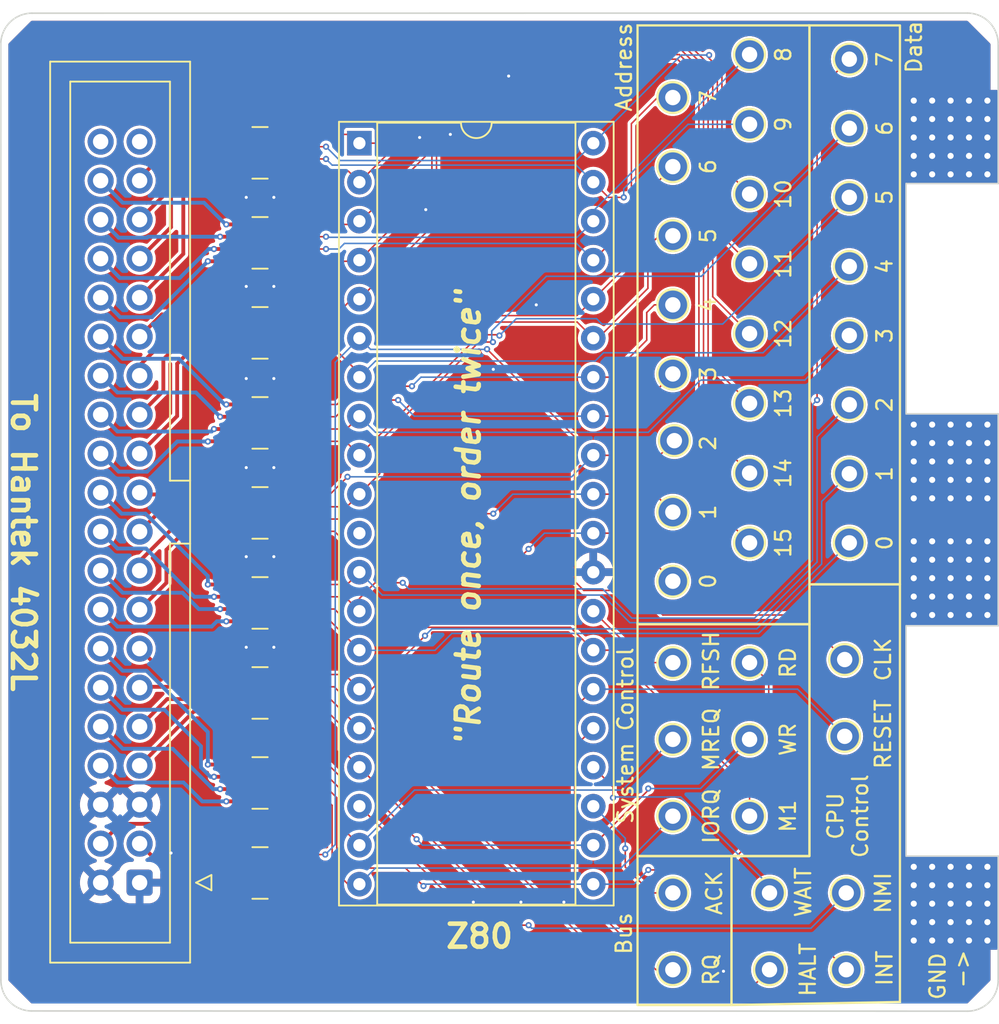
<source format=kicad_pcb>
(kicad_pcb (version 20221018) (generator pcbnew)
  (layers (0 "F.Cu" signal) (31 "B.Cu" signal) (34 "B.Paste" user) (35 "F.Paste" user) (36 "B.SilkS" user "B.Silkscreen") (37 "F.SilkS" user "F.Silkscreen") (38 "B.Mask" user) (39 "F.Mask" user) (44 "Edge.Cuts" user))
  (net 0 "")
  (net 1 "Net-(J1-Pin_7)")
  (net 2 "Net-(J1-Pin_8)")
  (net 3 "Net-(J1-Pin_9)")
  (net 4 "Net-(J1-Pin_10)")
  (net 5 "Net-(J1-Pin_11)")
  (net 6 "Net-(J1-Pin_12)")
  (net 7 "Net-(J1-Pin_13)")
  (net 8 "Net-(J1-Pin_14)")
  (net 9 "Net-(J1-Pin_15)")
  (net 10 "Net-(J1-Pin_16)")
  (net 11 "Net-(J1-Pin_17)")
  (net 12 "Net-(J1-Pin_18)")
  (net 13 "Net-(J1-Pin_19)")
  (net 14 "Net-(J1-Pin_20)")
  (net 15 "Net-(J1-Pin_21)")
  (net 16 "Net-(J1-Pin_22)")
  (net 17 "Net-(J1-Pin_23)")
  (net 18 "Net-(J1-Pin_25)")
  (net 19 "Net-(J1-Pin_27)")
  (net 20 "Net-(J1-Pin_29)")
  (net 21 "Net-(J1-Pin_31)")
  (net 22 "Net-(J1-Pin_33)")
  (net 23 "Net-(J1-Pin_35)")
  (net 24 "Net-(J1-Pin_37)")
  (net 27 "/S_A0")
  (net 28 "/S_A1")
  (net 29 "/S_A2")
  (net 30 "/S_A3")
  (net 31 "/S_A4")
  (net 32 "/S_A5")
  (net 33 "/S_A6")
  (net 34 "/S_A7")
  (net 35 "/S_A8")
  (net 36 "/S_A9")
  (net 37 "/S_A10")
  (net 38 "/S_A11")
  (net 39 "/S_A12")
  (net 40 "/S_A13")
  (net 41 "/S_A14")
  (net 42 "/S_A15")
  (net 43 "/S_BUSACK")
  (net 44 "/S_BUSRQ")
  (net 45 "/S_CLK")
  (net 46 "/S_D0")
  (net 47 "/S_D1")
  (net 48 "/S_D2")
  (net 49 "/S_D3")
  (net 50 "/S_D4")
  (net 51 "/S_D5")
  (net 52 "/S_D6")
  (net 53 "/S_D7")
  (net 54 "/S_HALT")
  (net 55 "/S_INT")
  (net 56 "/S_IORQ")
  (net 57 "Net-(J1-Pin_3)")
  (net 58 "Net-(J1-Pin_4)")
  (net 59 "+5V")
  (net 60 "/S_M1")
  (net 61 "/S_MREQ")
  (net 62 "/S_NMI")
  (net 63 "/S_RD")
  (net 64 "/S_RESET")
  (net 65 "/S_RFSH")
  (net 66 "GND")
  (net 67 "Net-(J1-Pin_24)")
  (net 68 "Net-(J1-Pin_26)")
  (net 69 "Net-(J1-Pin_28)")
  (net 70 "Net-(J1-Pin_30)")
  (net 71 "Net-(J1-Pin_32)")
  (net 72 "Net-(J1-Pin_34)")
  (net 73 "Net-(J1-Pin_36)")
  (net 74 "Net-(J1-Pin_38)")
  (net 75 "/S_WR")
  (net 76 "/S_WAIT")
  (footprint "Resistor_SMD:R_Array_Convex_4x0603" (layer "F.Cu") (at 138.1 73.3625 180)
    (fp_text reference "RN8" hide)
    (fp_text value "R_Pack04_SIP_Split")
  )
  (footprint "CustomFootprints:TestPoint_Keystone_5021" (layer "F.Cu") (at 165 72.9 -90)
    (fp_text reference "A5" hide)
    (fp_text value "TestPoint")
  )
  (footprint "CustomFootprints:TestPoint_Keystone_5021" (layer "F.Cu") (at 176.2 100.5 90)
    (fp_text reference "CLK1" hide)
    (fp_text value "TestPoint")
  )
  (footprint "Resistor_SMD:R_Array_Convex_4x0603" (layer "F.Cu") (at 138.1 102.675 180)
    (fp_text reference "RN2" hide)
    (fp_text value "R_Pack04_Split")
  )
  (footprint "CustomFootprints:TestPoint_Keystone_5021" (layer "F.Cu") (at 170 100.7 90)
    (fp_text reference "RD1" hide)
    (fp_text value "TestPoint")
  )
  (footprint "Resistor_SMD:R_Array_Convex_4x0603" (layer "F.Cu") (at 138.1 96.8125 180)
    (fp_text reference "RN6" hide)
    (fp_text value "R_Pack04_Split")
  )
  (footprint "CustomFootprints:TestPoint_Keystone_5021" (layer "F.Cu") (at 165 63.9 -90)
    (fp_text reference "A7" hide)
    (fp_text value "TestPoint")
  )
  (footprint "CustomFootprints:TestPoint_Keystone_5021" (layer "F.Cu") (at 170 79.271428 90)
    (fp_text reference "A12" hide)
    (fp_text value "TestPoint")
  )
  (footprint "CustomFootprints:TestPoint_Keystone_5021" (layer "F.Cu") (at 176.5 61.4 -90)
    (fp_text reference "D7" hide)
    (fp_text value "TestPoint")
  )
  (footprint "CustomFootprints:TestPoint_Keystone_5021" (layer "F.Cu") (at 176.2 105.5 90)
    (fp_text reference "RESET1" hide)
    (fp_text value "TestPoint")
  )
  (footprint "CustomFootprints:TestPoint_Keystone_5021" (layer "F.Cu") (at 165 105.7 90)
    (fp_text reference "MREQ1" hide)
    (fp_text value "TestPoint")
  )
  (footprint "CustomFootprints:TestPoint_Keystone_5021" (layer "F.Cu") (at 171.3 120.7 90)
    (fp_text reference "HALT1" hide)
    (fp_text value "TestPoint")
  )
  (footprint "CustomFootprints:TestPoint_Keystone_5021" (layer "F.Cu") (at 170 105.7 90)
    (fp_text reference "WR1" hide)
    (fp_text value "TestPoint")
  )
  (footprint "CustomFootprints:TestPoint_Keystone_5021" (layer "F.Cu") (at 176.5 74.9 -90)
    (fp_text reference "D4" hide)
    (fp_text value "TestPoint")
  )
  (footprint "CustomFootprints:TestPoint_Keystone_5021" (layer "F.Cu") (at 176.5 88.4 -90)
    (fp_text reference "D1" hide)
    (fp_text value "TestPoint")
  )
  (footprint "CustomFootprints:TestPoint_Keystone_5021" (layer "F.Cu") (at 171.3 115.7 90)
    (fp_text reference "WAIT1" hide)
    (fp_text value "TestPoint")
  )
  (footprint "Resistor_SMD:R_Array_Convex_4x0603" (layer "F.Cu") (at 138.1 90.95 180)
    (fp_text reference "RN1" hide)
    (fp_text value "R_Pack04_SIP_Split")
  )
  (footprint "CustomFootprints:TestPoint_Keystone_5021" (layer "F.Cu") (at 165 110.7 90)
    (fp_text reference "IORQ1" hide)
    (fp_text value "TestPoint")
  )
  (footprint "CustomFootprints:TestPoint_Keystone_5021" (layer "F.Cu") (at 165 81.9 -90)
    (fp_text reference "A3" hide)
    (fp_text value "TestPoint")
  )
  (footprint "Connector_IDC:IDC-Header_2x20_P2.54mm_Vertical" (layer "F.Cu") (at 130.2525 115.03 180)
    (fp_text reference "J1" hide)
    (fp_text value "Conn_01x40_Pin")
  )
  (footprint "Resistor_SMD:R_Array_Convex_4x0603" (layer "F.Cu") (at 138.1 108.5375 180)
    (fp_text reference "RN5" hide)
    (fp_text value "R_Pack04_SIP_Split" hide)
  )
  (footprint "CustomFootprints:TestPoint_Keystone_5021" (layer "F.Cu") (at 176.5 83.9 -90)
    (fp_text reference "D2" hide)
    (fp_text value "TestPoint")
  )
  (footprint "CustomFootprints:TestPoint_Keystone_5021" (layer "F.Cu") (at 170 70.185714 90)
    (fp_text reference "A10" hide)
    (fp_text value "TestPoint")
  )
  (footprint "CustomFootprints:TestPoint_Keystone_5021" (layer "F.Cu") (at 176.5 70.4 -90)
    (fp_text reference "D5" hide)
    (fp_text value "TestPoint")
  )
  (footprint "CustomFootprints:TestPoint_Keystone_5021" (layer "F.Cu") (at 165.1 86.244762 -90)
    (fp_text reference "A2" hide)
    (fp_text value "TestPoint")
  )
  (footprint "CustomFootprints:TestPoint_Keystone_5021" (layer "F.Cu") (at 165 90.9 -90)
    (fp_text reference "A1" hide)
    (fp_text value "TestPoint")
  )
  (footprint "CustomFootprints:TestPoint_Keystone_5021" (layer "F.Cu") (at 170 88.357142 90)
    (fp_text reference "A14" hide)
    (fp_text value "TestPoint")
  )
  (footprint "CustomFootprints:TestPoint_Keystone_5021" (layer "F.Cu") (at 176.5 65.9 -90)
    (fp_text reference "D6" hide)
    (fp_text value "TestPoint")
  )
  (footprint "CustomFootprints:TestPoint_Keystone_5021" (layer "F.Cu") (at 170 65.642857 90)
    (fp_text reference "A9" hide)
    (fp_text value "TestPoint")
  )
  (footprint "Resistor_SMD:R_Array_Convex_4x0603" (layer "F.Cu") (at 138.1 79.225 180)
    (fp_text reference "RN3" hide)
    (fp_text value "R_Pack04_SIP_Split")
  )
  (footprint "CustomFootprints:TestPoint_Keystone_5021" (layer "F.Cu") (at 170 74.728571 90)
    (fp_text reference "A11" hide)
    (fp_text value "TestPoint")
  )
  (footprint "Resistor_SMD:R_Array_Convex_4x0603" (layer "F.Cu") (at 138.1 85.0875 180)
    (fp_text reference "RN7" hide)
    (fp_text value "R_Pack04_SIP_Split")
  )
  (footprint "CustomFootprints:TestPoint_Keystone_5021" (layer "F.Cu") (at 165 68.4 -90)
    (fp_text reference "A6" hide)
    (fp_text value "TestPoint")
  )
  (footprint "CustomFootprints:TestPoint_Keystone_5021" (layer "F.Cu") (at 165 115.7 90)
    (fp_text reference "BUSACK1" hide)
    (fp_text value "TestPoint")
  )
  (footprint "Package_DIP:DIP-40_W15.24mm_Socket" (layer "F.Cu") (at 144.575 66.87)
    (fp_text reference "U1" hide)
    (fp_text value "Z80CPU")
  )
  (footprint "CustomFootprints:TestPoint_Keystone_5021" (layer "F.Cu") (at 176.3 120.7 90)
    (fp_text reference "INT1" hide)
    (fp_text value "TestPoint")
  )
  (footprint "CustomFootprints:TestPoint_Keystone_5021" (layer "F.Cu") (at 176.3 115.7 90)
    (fp_text reference "NMI1" hide)
    (fp_text value "TestPoint")
  )
  (footprint "Resistor_SMD:R_Array_Convex_4x0603" (layer "F.Cu") (at 138.1 114.4 180)
    (fp_text reference "RN9" hide)
    (fp_text value "R_Pack04_SIP_Split")
  )
  (footprint "CustomFootprints:TestPoint_Keystone_5021" (layer "F.Cu") (at 176.5 79.4 -90)
    (fp_text reference "D3" hide)
    (fp_text value "TestPoint")
  )
  (footprint "CustomFootprints:TestPoint_Keystone_5021" (layer "F.Cu") (at 165 100.7 90)
    (fp_text reference "RFSH1" hide)
    (fp_text value "TestPoint")
  )
  (footprint "CustomFootprints:TestPoint_Keystone_5021" (layer "F.Cu") (at 170 83.814285 90)
    (fp_text reference "A13" hide)
    (fp_text value "TestPoint")
  )
  (footprint "CustomFootprints:TestPoint_Keystone_5021" (layer "F.Cu") (at 170 61.1 90)
    (fp_text reference "A8" hide)
    (fp_text value "TestPoint")
  )
  (footprint "CustomFootprints:TestPoint_Keystone_5021" (layer "F.Cu") (at 165 77.4 -90)
    (fp_text reference "A4" hide)
    (fp_text value "TestPoint")
  )
  (footprint "CustomFootprints:TestPoint_Keystone_5021" (layer "F.Cu") (at 170 110.7 90)
    (fp_text reference "M1" hide)
    (fp_text value "TestPoint")
  )
  (footprint "CustomFootprints:TestPoint_Keystone_5021" (layer "F.Cu") (at 170 92.9 90)
    (fp_text reference "A15" hide)
    (fp_text value "TestPoint")
  )
  (footprint "CustomFootprints:TestPoint_Keystone_5021" (layer "F.Cu") (at 176.5 92.9 -90)
    (fp_text reference "D0" hide)
    (fp_text value "TestPoint")
  )
  (footprint "CustomFootprints:TestPoint_Keystone_5021" (layer "F.Cu") (at 165 120.7 90)
    (fp_text reference "BUSRQ1" hide)
    (fp_text value "TestPoint")
  )
  (footprint "Resistor_SMD:R_Array_Convex_4x0603" (layer "F.Cu") (at 138.1 67.5 180)
    (fp_text reference "RN4" hide)
    (fp_text value "R_Pack04_SIP_Split" hide)
  )
  (footprint "CustomFootprints:TestPoint_Keystone_5021" (layer "F.Cu") (at 165 95.4 -90)
    (fp_text reference "A0" hide)
    (fp_text value "TestPoint")
  )
  (gr_rect (start 162.7 98.2) (end 173.9 113.3) (stroke (width 0.15)) (fill none) (layer "F.SilkS"))
  (gr_poly (pts (xy 179.8 122.8) (xy 168.8254 123) (xy 168.8254 113.3) (xy 173.9 113.3) (xy 173.9 95.6) (xy 179.8 95.6)) (stroke (width 0.15)) (fill none) (layer "F.SilkS"))
  (gr_rect (start 173.9 59.2) (end 179.8 95.6) (stroke (width 0.15)) (fill none) (layer "F.SilkS"))
  (gr_rect (start 162.7 59.2) (end 173.9 98.2) (stroke (width 0.15)) (fill none) (layer "F.SilkS"))
  (gr_rect (start 162.7 113.3) (end 168.8254 123) (stroke (width 0.15)) (fill none) (layer "F.SilkS"))
  (gr_line (start 180.2 84.5) (end 186.2 84.5) (stroke (width 0.1)) (layer "Edge.Cuts"))
  (gr_line (start 184.2 123.4) (end 123.214214 123.385786) (stroke (width 0.1)) (layer "Edge.Cuts"))
  (gr_arc (start 184.2 58.4) (mid 185.614214 58.985786) (end 186.2 60.4) (stroke (width 0.1)) (layer "Edge.Cuts"))
  (gr_line (start 180.2 98.3) (end 180.2 113.3) (stroke (width 0.1)) (layer "Edge.Cuts"))
  (gr_line (start 186.2 69.5) (end 180.2 69.5) (stroke (width 0.1)) (layer "Edge.Cuts"))
  (gr_line (start 180.2 69.5) (end 180.2 84.5) (stroke (width 0.1)) (layer "Edge.Cuts"))
  (gr_line (start 186.2 84.5) (end 186.2 98.3) (stroke (width 0.1)) (layer "Edge.Cuts"))
  (gr_line (start 186.2 60.4) (end 186.2 69.5) (stroke (width 0.1)) (layer "Edge.Cuts"))
  (gr_line (start 180.2 113.3) (end 186.2 113.3) (stroke (width 0.1)) (layer "Edge.Cuts"))
  (gr_arc (start 123.214214 123.385786) (mid 121.8 122.8) (end 121.214214 121.385786) (stroke (width 0.1)) (layer "Edge.Cuts"))
  (gr_line (start 186.2 98.3) (end 180.2 98.3) (stroke (width 0.1)) (layer "Edge.Cuts"))
  (gr_line (start 121.214214 121.385786) (end 121.204841 60.436842) (stroke (width 0.1)) (layer "Edge.Cuts"))
  (gr_line (start 123.236841 58.404841) (end 184.2 58.4) (stroke (width 0.1)) (layer "Edge.Cuts"))
  (gr_arc (start 121.204841 60.436842) (mid 121.8 59) (end 123.236841 58.404841) (stroke (width 0.1)) (layer "Edge.Cuts"))
  (gr_arc (start 186.2 121.4) (mid 185.614214 122.814214) (end 184.2 123.4) (stroke (width 0.1)) (layer "Edge.Cuts"))
  (gr_line (start 186.2 113.3) (end 186.2 121.4) (stroke (width 0.1)) (layer "Edge.Cuts"))
  (gr_text "Bus" (at 162.4 119.8 90) (layer "F.SilkS") (effects (font (size 1 1)) (justify left bottom)))
  (gr_text "3" (at 167.3 81.9 90) (layer "F.SilkS") (effects (font (size 1 1))))
  (gr_text "System Control" (at 162.5 111.3 90) (layer "F.SilkS") (effects (font (size 1 1)) (justify left bottom)))
  (gr_text "RFSH" (at 167.5 100.6 90) (layer "F.SilkS") (effects (font (size 1 1))))
  (gr_text "Address" (at 162.4 64.9 90) (layer "F.SilkS") (effects (font (size 1 1)) (justify left bottom)))
  (gr_text "13" (at 172.2 83.814285 90) (layer "F.SilkS") (effects (font (size 1 1))))
  (gr_text "HALT" (at 173.8 120.7 90) (layer "F.SilkS") (effects (font (size 1 1))))
  (gr_text "1" (at 167.3 90.9 90) (layer "F.SilkS") (effects (font (size 1 1))))
  (gr_text "0" (at 167.3 95.4 90) (layer "F.SilkS") (effects (font (size 1 1))))
  (gr_text "GND\n ->" (at 184.45 122.75 90) (layer "F.SilkS") (effects (font (size 1 1)) (justify left bottom)))
  (gr_text "9" (at 172.2 65.642857 90) (layer "F.SilkS") (effects (font (size 1 1))))
  (gr_text "{dblquote}Route once, order twice{dblquote}" (at 152.55 106.25 90) (layer "F.SilkS") (effects (font (size 1.5 1.5) (thickness 0.3) bold italic) (justify left bottom)))
  (gr_text "RQ" (at 167.5 120.7 90) (layer "F.SilkS") (effects (font (size 1 1))))
  (gr_text "MREQ" (at 167.5 105.7 90) (layer "F.SilkS") (effects (font (size 1 1))))
  (gr_text "ACK" (at 167.7 115.7 90) (layer "F.SilkS") (effects (font (size 1 1))))
  (gr_text "INT" (at 178.8 120.603808 90) (layer "F.SilkS") (effects (font (size 1 1))))
  (gr_text "3" (at 178.8 79.4 90) (layer "F.SilkS") (effects (font (size 1 1))))
  (gr_text "CLK" (at 178.7 100.5 90) (layer "F.SilkS") (effects (font (size 1 1))))
  (gr_text "CPU\nControl" (at 177.8 110.7 90) (layer "F.SilkS") (effects (font (size 1 1)) (justify bottom)))
  (gr_text "5" (at 167.3 72.9 90) (layer "F.SilkS") (effects (font (size 1 1))))
  (gr_text "15" (at 172.2 92.9 90) (layer "F.SilkS") (effects (font (size 1 1))))
  (gr_text "RD" (at 172.5 100.7 90) (layer "F.SilkS") (effects (font (size 1 1))))
  (gr_text "6" (at 178.8 65.9 90) (layer "F.SilkS") (effects (font (size 1 1))))
  (gr_text "To Hantek 4032L" (at 121.8 83 270) (layer "F.SilkS") (effects (font (size 1.5 1.5) (thickness 0.3) bold) (justify left bottom)))
  (gr_text "2" (at 178.8 83.9 90) (layer "F.SilkS") (effects (font (size 1 1))))
  (gr_text "0" (at 178.8 92.9 90) (layer "F.SilkS") (effects (font (size 1 1))))
  (gr_text "11" (at 172.2 74.728571 90) (layer "F.SilkS") (effects (font (size 1 1))))
  (gr_text "7" (at 167.3 63.9 90) (layer "F.SilkS") (effects (font (size 1 1))))
  (gr_text "7" (at 178.8 61.4 90) (layer "F.SilkS") (effects (font (size 1 1))))
  (gr_text "NMI" (at 178.7 115.7 90) (layer "F.SilkS") (effects (font (size 1 1))))
  (gr_text "M1" (at 172.5 110.7 90) (layer "F.SilkS") (effects (font (size 1 1))))
  (gr_text "2" (at 167.3 86.4 90) (layer "F.SilkS") (effects (font (size 1 1))))
  (gr_text "Data" (at 181.3 62.4 90) (layer "F.SilkS") (effects (font (size 1 1)) (justify left bottom)))
  (gr_text "WR" (at 172.5 105.7 90) (layer "F.SilkS") (effects (font (size 1 1))))
  (gr_text "RESET" (at 178.7 105.355238 90) (layer "F.SilkS") (effects (font (size 1 1))))
  (gr_text "IORQ" (at 167.5 110.7 90) (layer "F.SilkS") (effects (font (size 1 1))))
  (gr_text "10" (at 172.2 70.185714 90) (layer "F.SilkS") (effects (font (size 1 1))))
  (gr_text "12" (at 172.2 79.271428 90) (layer "F.SilkS") (effects (font (size 1 1))))
  (gr_text "4" (at 167.3 77.4 90) (layer "F.SilkS") (effects (font (size 1 1))))
  (gr_text "WAIT" (at 173.5 115.655238 90) (layer "F.SilkS") (effects (font (size 1 1))))
  (gr_text "4" (at 178.8 74.9 90) (layer "F.SilkS") (effects (font (size 1 1))))
  (gr_text "1" (at 178.8 88.4 90) (layer "F.SilkS") (effects (font (size 1 1))))
  (gr_text "14" (at 172.2 88.357142 90) (layer "F.SilkS") (effects (font (size 1 1))))
  (gr_text "5" (at 178.8 70.4 90) (layer "F.SilkS") (effects (font (size 1 1))))
  (gr_text "8" (at 172.2 61.1 90) (layer "F.SilkS") (effects (font (size 1 1))))
  (gr_text "6" (at 167.3 68.4 90) (layer "F.SilkS") (effects (font (size 1 1))))
  (gr_text "Z80" (at 152.4 119.4) (layer "F.SilkS") (effects (font (size 1.5 1.5) (thickness 0.3) bold) (justify bottom)))
  (segment (start 137.2 103.875) (end 133.7875 103.875) (width 0.25) (layer "F.Cu") (net 1))
  (segment (start 133.7875 103.875) (end 130.2525 107.41) (width 0.25) (layer "F.Cu") (net 1))
  (segment (start 135.9 109.7375) (end 137.2 109.7375) (width 0.25) (layer "F.Cu") (net 2))
  (via (at 135.9 109.7375) (size 0.4) (drill 0.2) (layers "F.Cu" "B.Cu") (net 2))
  (segment (start 135.9 109.7375) (end 134.3375 109.7375) (width 0.25) (layer "B.Cu") (net 2))
  (segment (start 134.3375 109.7375) (end 133.11 108.51) (width 0.25) (layer "B.Cu") (net 2))
  (segment (start 133.11 108.51) (end 128.8125 108.51) (width 0.25) (layer "B.Cu") (net 2))
  (segment (start 128.8125 108.51) (end 127.7125 107.41) (width 0.25) (layer "B.Cu") (net 2))
  (segment (start 137.2 103.075) (end 132.0475 103.075) (width 0.25) (layer "F.Cu") (net 3))
  (segment (start 132.0475 103.075) (end 130.2525 104.87) (width 0.25) (layer "F.Cu") (net 3))
  (segment (start 135.5 108.9375) (end 137.2 108.9375) (width 0.25) (layer "F.Cu") (net 4))
  (via (at 135.5 108.9375) (size 0.4) (drill 0.2) (layers "F.Cu" "B.Cu") (net 4))
  (segment (start 132.41 106.31) (end 135.0375 108.9375) (width 0.25) (layer "B.Cu") (net 4))
  (segment (start 129.1525 106.31) (end 132.41 106.31) (width 0.25) (layer "B.Cu") (net 4))
  (segment (start 127.7125 104.87) (end 129.1525 106.31) (width 0.25) (layer "B.Cu") (net 4))
  (segment (start 135.0375 108.9375) (end 135.5 108.9375) (width 0.25) (layer "B.Cu") (net 4))
  (segment (start 130.3075 102.275) (end 130.2525 102.33) (width 0.25) (layer "F.Cu") (net 5))
  (segment (start 137.2 102.275) (end 130.3075 102.275) (width 0.25) (layer "F.Cu") (net 5))
  (segment (start 135.1 108.1375) (end 137.2 108.1375) (width 0.25) (layer "F.Cu") (net 6))
  (via (at 135.1 108.1375) (size 0.4) (drill 0.2) (layers "F.Cu" "B.Cu") (net 6))
  (segment (start 134.25 106.15) (end 134.25 107.523897) (width 0.25) (layer "B.Cu") (net 6))
  (segment (start 134.25 107.523897) (end 134.863603 108.1375) (width 0.25) (layer "B.Cu") (net 6))
  (segment (start 134.863603 108.1375) (end 135.1 108.1375) (width 0.25) (layer "B.Cu") (net 6))
  (segment (start 129.1525 103.77) (end 131.87 103.77) (width 0.25) (layer "B.Cu") (net 6))
  (segment (start 131.87 103.77) (end 134.25 106.15) (width 0.25) (layer "B.Cu") (net 6))
  (segment (start 127.7125 102.33) (end 129.1525 103.77) (width 0.25) (layer "B.Cu") (net 6))
  (segment (start 137.2 101.475) (end 131.9375 101.475) (width 0.25) (layer "F.Cu") (net 7))
  (segment (start 131.9375 101.475) (end 130.2525 99.79) (width 0.25) (layer "F.Cu") (net 7))
  (segment (start 134.7 107.3375) (end 137.2 107.3375) (width 0.25) (layer "F.Cu") (net 8))
  (via (at 134.7 107.3375) (size 0.4) (drill 0.2) (layers "F.Cu" "B.Cu") (net 8))
  (segment (start 134.7 105.221866) (end 130.789067 101.310933) (width 0.25) (layer "B.Cu") (net 8))
  (segment (start 129.1525 101.23) (end 127.7125 99.79) (width 0.25) (layer "B.Cu") (net 8))
  (segment (start 130.789067 101.310933) (end 130.708135 101.23) (width 0.25) (layer "B.Cu") (net 8))
  (segment (start 130.708135 101.23) (end 129.1525 101.23) (width 0.25) (layer "B.Cu") (net 8))
  (segment (start 134.7 107.3375) (end 134.7 105.221866) (width 0.25) (layer "B.Cu") (net 8))
  (segment (start 137.2 92.15) (end 133.2 92.15) (width 0.25) (layer "F.Cu") (net 9))
  (segment (start 132 93.35) (end 132 95.5025) (width 0.25) (layer "F.Cu") (net 9))
  (segment (start 132 95.5025) (end 130.2525 97.25) (width 0.25) (layer "F.Cu") (net 9))
  (segment (start 133.2 92.15) (end 132 93.35) (width 0.25) (layer "F.Cu") (net 9))
  (segment (start 135.9 98.0125) (end 137.2 98.0125) (width 0.25) (layer "F.Cu") (net 10))
  (via (at 135.9 98.0125) (size 0.4) (drill 0.2) (layers "F.Cu" "B.Cu") (net 10))
  (segment (start 128.8125 98.35) (end 134.95 98.35) (width 0.25) (layer "B.Cu") (net 10))
  (segment (start 135.2875 98.0125) (end 135.9 98.0125) (width 0.25) (layer "B.Cu") (net 10))
  (segment (start 127.7125 97.25) (end 128.8125 98.35) (width 0.25) (layer "B.Cu") (net 10))
  (segment (start 134.95 98.35) (end 135.2875 98.0125) (width 0.25) (layer "B.Cu") (net 10))
  (segment (start 130.2525 94.0975) (end 130.2525 94.71) (width 0.25) (layer "F.Cu") (net 11))
  (segment (start 133 91.35) (end 130.2525 94.0975) (width 0.25) (layer "F.Cu") (net 11))
  (segment (start 137.2 91.35) (end 133 91.35) (width 0.25) (layer "F.Cu") (net 11))
  (segment (start 135.5 97.2125) (end 137.2 97.2125) (width 0.25) (layer "F.Cu") (net 12))
  (via (at 135.5 97.2125) (size 0.4) (drill 0.2) (layers "F.Cu" "B.Cu") (net 12))
  (segment (start 135.5 97.2125) (end 134.1125 97.2125) (width 0.25) (layer "B.Cu") (net 12))
  (segment (start 133.05 96.15) (end 129.1525 96.15) (width 0.25) (layer "B.Cu") (net 12))
  (segment (start 134.1125 97.2125) (end 133.05 96.15) (width 0.25) (layer "B.Cu") (net 12))
  (segment (start 129.1525 96.15) (end 127.7125 94.71) (width 0.25) (layer "B.Cu") (net 12))
  (segment (start 131.8725 90.55) (end 130.2525 92.17) (width 0.25) (layer "F.Cu") (net 13))
  (segment (start 137.2 90.55) (end 131.8725 90.55) (width 0.25) (layer "F.Cu") (net 13))
  (segment (start 135.1 96.4125) (end 137.2 96.4125) (width 0.25) (layer "F.Cu") (net 14))
  (via (at 135.1 96.4125) (size 0.4) (drill 0.2) (layers "F.Cu" "B.Cu") (net 14))
  (segment (start 133.8125 96.4125) (end 130.67 93.27) (width 0.25) (layer "B.Cu") (net 14))
  (segment (start 135.1 96.4125) (end 133.8125 96.4125) (width 0.25) (layer "B.Cu") (net 14))
  (segment (start 128.8125 93.27) (end 127.7125 92.17) (width 0.25) (layer "B.Cu") (net 14))
  (segment (start 130.67 93.27) (end 128.8125 93.27) (width 0.25) (layer "B.Cu") (net 14))
  (segment (start 130.3725 89.75) (end 130.2525 89.63) (width 0.25) (layer "F.Cu") (net 15))
  (segment (start 137.2 89.75) (end 130.3725 89.75) (width 0.25) (layer "F.Cu") (net 15))
  (segment (start 134.7 95.6125) (end 137.2 95.6125) (width 0.25) (layer "F.Cu") (net 16))
  (via (at 134.7 95.6125) (size 0.4) (drill 0.2) (layers "F.Cu" "B.Cu") (net 16))
  (segment (start 127.7125 89.63) (end 129.0825 91) (width 0.25) (layer "B.Cu") (net 16))
  (segment (start 129.0825 91) (end 130.638135 91) (width 0.25) (layer "B.Cu") (net 16))
  (segment (start 134.7 95.061865) (end 134.7 95.6125) (width 0.25) (layer "B.Cu") (net 16))
  (segment (start 130.638135 91) (end 134.7 95.061865) (width 0.25) (layer "B.Cu") (net 16))
  (segment (start 132.7 81.236396) (end 132.7 84.6425) (width 0.25) (layer "F.Cu") (net 17))
  (segment (start 137.2 80.425) (end 133.511396 80.425) (width 0.25) (layer "F.Cu") (net 17))
  (segment (start 132.7 84.6425) (end 130.2525 87.09) (width 0.25) (layer "F.Cu") (net 17))
  (segment (start 133.511396 80.425) (end 132.7 81.236396) (width 0.25) (layer "F.Cu") (net 17))
  (segment (start 133.125 79.625) (end 131.8 80.95) (width 0.25) (layer "F.Cu") (net 18))
  (segment (start 131.8 83.0025) (end 130.2525 84.55) (width 0.25) (layer "F.Cu") (net 18))
  (segment (start 137.2 79.625) (end 133.125 79.625) (width 0.25) (layer "F.Cu") (net 18))
  (segment (start 131.8 80.95) (end 131.8 83.0025) (width 0.25) (layer "F.Cu") (net 18))
  (segment (start 130.2525 81.3475) (end 130.2525 82.01) (width 0.25) (layer "F.Cu") (net 19))
  (segment (start 137.2 78.825) (end 132.775 78.825) (width 0.25) (layer "F.Cu") (net 19))
  (segment (start 132.775 78.825) (end 130.2525 81.3475) (width 0.25) (layer "F.Cu") (net 19))
  (segment (start 137.2 78.025) (end 131.6975 78.025) (width 0.25) (layer "F.Cu") (net 20))
  (segment (start 131.6975 78.025) (end 130.2525 79.47) (width 0.25) (layer "F.Cu") (net 20))
  (segment (start 133.1 69.3) (end 133.1 74.0825) (width 0.25) (layer "F.Cu") (net 21))
  (segment (start 137.2 68.7) (end 133.7 68.7) (width 0.25) (layer "F.Cu") (net 21))
  (segment (start 133.1 74.0825) (end 130.2525 76.93) (width 0.25) (layer "F.Cu") (net 21))
  (segment (start 133.7 68.7) (end 133.1 69.3) (width 0.25) (layer "F.Cu") (net 21))
  (segment (start 137.2 67.9) (end 133.8 67.9) (width 0.25) (layer "F.Cu") (net 22))
  (segment (start 133.8 67.9) (end 132.3 69.4) (width 0.25) (layer "F.Cu") (net 22))
  (segment (start 132.3 69.4) (end 132.3 72.3425) (width 0.25) (layer "F.Cu") (net 22))
  (segment (start 132.3 72.3425) (end 130.2525 74.39) (width 0.25) (layer "F.Cu") (net 22))
  (segment (start 133.5 67.1) (end 137.2 67.1) (width 0.25) (layer "F.Cu") (net 23))
  (segment (start 131.9 68.7) (end 133.5 67.1) (width 0.25) (layer "F.Cu") (net 23))
  (segment (start 131.9 70.2025) (end 131.9 68.7) (width 0.25) (layer "F.Cu") (net 23))
  (segment (start 130.2525 71.85) (end 131.9 70.2025) (width 0.25) (layer "F.Cu") (net 23))
  (segment (start 137.2 66.3) (end 133.1 66.3) (width 0.25) (layer "F.Cu") (net 24))
  (segment (start 130.2525 69.1475) (end 130.2525 69.31) (width 0.25) (layer "F.Cu") (net 24))
  (segment (start 133.1 66.3) (end 130.2525 69.1475) (width 0.25) (layer "F.Cu") (net 24))
  (segment (start 144.4 93.6) (end 155.3 93.6) (width 0.1) (layer "F.Cu") (net 27))
  (segment (start 155.3 93.6) (end 155.6 93.3) (width 0.1) (layer "F.Cu") (net 27))
  (segment (start 139 92.15) (end 142.95 92.15) (width 0.1) (layer "F.Cu") (net 27))
  (segment (start 161.87 92.27) (end 159.815 92.27) (width 0.1) (layer "F.Cu") (net 27))
  (segment (start 142.95 92.15) (end 144.4 93.6) (width 0.1) (layer "F.Cu") (net 27))
  (segment (start 165 95.4) (end 161.87 92.27) (width 0.1) (layer "F.Cu") (net 27))
  (via (at 155.6 93.3) (size 0.4) (drill 0.2) (layers "F.Cu" "B.Cu") (net 27))
  (segment (start 155.6 93.3) (end 156.63 92.27) (width 0.1) (layer "B.Cu") (net 27))
  (segment (start 156.63 92.27) (end 159.815 92.27) (width 0.1) (layer "B.Cu") (net 27))
  (segment (start 143.55 91.35) (end 143.9 91) (width 0.1) (layer "F.Cu") (net 28))
  (segment (start 139 91.35) (end 143.55 91.35) (width 0.1) (layer "F.Cu") (net 28))
  (segment (start 143.9 91) (end 153.3 91) (width 0.1) (layer "F.Cu") (net 28))
  (segment (start 163.83 89.73) (end 165 90.9) (width 0.1) (layer "F.Cu") (net 28))
  (segment (start 159.815 89.73) (end 163.83 89.73) (width 0.1) (layer "F.Cu") (net 28))
  (via (at 153.3 91) (size 0.4) (drill 0.2) (layers "F.Cu" "B.Cu") (net 28))
  (segment (start 153.3 91) (end 154.57 89.73) (width 0.1) (layer "B.Cu") (net 28))
  (segment (start 154.57 89.73) (end 159.815 89.73) (width 0.1) (layer "B.Cu") (net 28))
  (segment (start 139 89.75) (end 142.65 89.75) (width 0.1) (layer "F.Cu") (net 29))
  (segment (start 164.144762 87.2) (end 159.825 87.2) (width 0.1) (layer "F.Cu") (net 29))
  (segment (start 165.1 86.244762) (end 164.144762 87.2) (width 0.1) (layer "F.Cu") (net 29))
  (segment (start 159.825 87.2) (end 159.815 87.19) (width 0.1) (layer "F.Cu") (net 29))
  (segment (start 142.65 89.75) (end 143.8 88.6) (width 0.1) (layer "F.Cu") (net 29))
  (via (at 143.8 88.6) (size 0.4) (drill 0.2) (layers "F.Cu" "B.Cu") (net 29))
  (segment (start 158.405 88.6) (end 159.815 87.19) (width 0.1) (layer "B.Cu") (net 29))
  (segment (start 143.8 88.6) (end 158.405 88.6) (width 0.1) (layer "B.Cu") (net 29))
  (segment (start 162.25 84.65) (end 165 81.9) (width 0.1) (layer "F.Cu") (net 30))
  (segment (start 159.815 84.65) (end 162.25 84.65) (width 0.1) (layer "F.Cu") (net 30))
  (segment (start 139 84.6875) (end 143.032538 84.6875) (width 0.1) (layer "F.Cu") (net 30))
  (segment (start 144.120038 83.6) (end 147.1 83.6) (width 0.1) (layer "F.Cu") (net 30))
  (segment (start 143.032538 84.6875) (end 144.120038 83.6) (width 0.1) (layer "F.Cu") (net 30))
  (via (at 147.1 83.6) (size 0.4) (drill 0.2) (layers "F.Cu" "B.Cu") (net 30))
  (segment (start 148.15 84.65) (end 159.815 84.65) (width 0.1) (layer "B.Cu") (net 30))
  (segment (start 147.1 83.6) (end 148.15 84.65) (width 0.1) (layer "B.Cu") (net 30))
  (segment (start 163.8 77.4) (end 165 77.4) (width 0.1) (layer "F.Cu") (net 31))
  (segment (start 143.1125 83.8875) (end 143.7 83.3) (width 0.1) (layer "F.Cu") (net 31))
  (segment (start 146.7 83.3) (end 147.3 82.7) (width 0.1) (layer "F.Cu") (net 31))
  (segment (start 160.89 82.11) (end 163.3 79.7) (width 0.1) (layer "F.Cu") (net 31))
  (segment (start 159.815 82.11) (end 160.89 82.11) (width 0.1) (layer "F.Cu") (net 31))
  (segment (start 139 83.8875) (end 143.1125 83.8875) (width 0.1) (layer "F.Cu") (net 31))
  (segment (start 143.7 83.3) (end 146.7 83.3) (width 0.1) (layer "F.Cu") (net 31))
  (segment (start 147.3 82.7) (end 148 82.7) (width 0.1) (layer "F.Cu") (net 31))
  (segment (start 163.3 77.9) (end 163.8 77.4) (width 0.1) (layer "F.Cu") (net 31))
  (segment (start 163.3 79.7) (end 163.3 77.9) (width 0.1) (layer "F.Cu") (net 31))
  (via (at 148 82.7) (size 0.4) (drill 0.2) (layers "F.Cu" "B.Cu") (net 31))
  (segment (start 148 82.7) (end 148.59 82.11) (width 0.1) (layer "B.Cu") (net 31))
  (segment (start 148.59 82.11) (end 159.815 82.11) (width 0.1) (layer "B.Cu") (net 31))
  (segment (start 163.375 73.625) (end 164.1 72.9) (width 0.1) (layer "F.Cu") (net 32))
  (segment (start 160.13 79.57) (end 163.375 76.325) (width 0.1) (layer "F.Cu") (net 32))
  (segment (start 139 79.625) (end 142.975 79.625) (width 0.1) (layer "F.Cu") (net 32))
  (segment (start 158.765 78.52) (end 159.815 79.57) (width 0.1) (layer "F.Cu") (net 32))
  (segment (start 159.815 79.57) (end 160.13 79.57) (width 0.1) (layer "F.Cu") (net 32))
  (segment (start 144.08 78.52) (end 158.765 78.52) (width 0.1) (layer "F.Cu") (net 32))
  (segment (start 164.1 72.9) (end 165 72.9) (width 0.1) (layer "F.Cu") (net 32))
  (segment (start 142.975 79.625) (end 144.08 78.52) (width 0.1) (layer "F.Cu") (net 32))
  (segment (start 163.375 76.325) (end 163.375 73.625) (width 0.1) (layer "F.Cu") (net 32))
  (segment (start 162.6 74.25) (end 162.6 70.8) (width 0.1) (layer "F.Cu") (net 33))
  (segment (start 159.815 77.03) (end 159.82 77.03) (width 0.1) (layer "F.Cu") (net 33))
  (segment (start 139 78.825) (end 142.975 78.825) (width 0.1) (layer "F.Cu") (net 33))
  (segment (start 162.6 70.8) (end 165 68.4) (width 0.1) (layer "F.Cu") (net 33))
  (segment (start 159.82 77.03) (end 162.6 74.25) (width 0.1) (layer "F.Cu") (net 33))
  (segment (start 142.975 78.825) (end 143.7 78.1) (width 0.1) (layer "F.Cu") (net 33))
  (segment (start 143.7 78.1) (end 158.745 78.1) (width 0.1) (layer "F.Cu") (net 33))
  (segment (start 158.745 78.1) (end 159.815 77.03) (width 0.1) (layer "F.Cu") (net 33))
  (segment (start 164 63.9) (end 165 63.9) (width 0.1) (layer "F.Cu") (net 34))
  (segment (start 159.815 74.49) (end 162.3 72.005) (width 0.1) (layer "F.Cu") (net 34))
  (segment (start 162.3 72.005) (end 162.3 65.6) (width 0.1) (layer "F.Cu") (net 34))
  (segment (start 162.3 65.6) (end 164 63.9) (width 0.1) (layer "F.Cu") (net 34))
  (segment (start 142.4 73.7625) (end 139 73.7625) (width 0.1) (layer "F.Cu") (net 34))
  (via (at 142.4 73.7625) (size 0.4) (drill 0.2) (layers "F.Cu" "B.Cu") (net 34))
  (segment (start 142.4 73.7625) (end 143.2375 73.7625) (width 0.1) (layer "B.Cu") (net 34))
  (segment (start 158.725 73.4) (end 159.815 74.49) (width 0.1) (layer "B.Cu") (net 34))
  (segment (start 143.6 73.4) (end 158.725 73.4) (width 0.1) (layer "B.Cu") (net 34))
  (segment (start 143.2375 73.7625) (end 143.6 73.4) (width 0.1) (layer "B.Cu") (net 34))
  (segment (start 142.4 72.9625) (end 139 72.9625) (width 0.1) (layer "F.Cu") (net 35))
  (via (at 142.4 72.9625) (size 0.4) (drill 0.2) (layers "F.Cu" "B.Cu") (net 35))
  (segment (start 159.815 71.285) (end 159.815 71.95) (width 0.1) (layer "B.Cu") (net 35))
  (segment (start 158.765 73) (end 159.815 71.95) (width 0.1) (layer "B.Cu") (net 35))
  (segment (start 142.4375 73) (end 158.765 73) (width 0.1) (layer "B.Cu") (net 35))
  (segment (start 142.4 72.9625) (end 142.4375 73) (width 0.1) (layer "B.Cu") (net 35))
  (segment (start 170 61.1) (end 159.815 71.285) (width 0.1) (layer "B.Cu") (net 35))
  (segment (start 142.4 67.9) (end 139 67.9) (width 0.1) (layer "F.Cu") (net 36))
  (segment (start 161.8 70.4) (end 160.805 70.4) (width 0.1) (layer "F.Cu") (net 36))
  (segment (start 160.805 70.4) (end 159.815 69.41) (width 0.1) (layer "F.Cu") (net 36))
  (via (at 161.8 70.4) (size 0.4) (drill 0.2) (layers "F.Cu" "B.Cu") (net 36))
  (via (at 142.4 67.9) (size 0.4) (drill 0.2) (layers "F.Cu" "B.Cu") (net 36))
  (segment (start 165.989376 65.642857) (end 161.8 69.832233) (width 0.1) (layer "B.Cu") (net 36))
  (segment (start 142.8 68.3) (end 158.705 68.3) (width 0.1) (layer "B.Cu") (net 36))
  (segment (start 170 65.642857) (end 165.989376 65.642857) (width 0.1) (layer "B.Cu") (net 36))
  (segment (start 158.705 68.3) (end 159.815 69.41) (width 0.1) (layer "B.Cu") (net 36))
  (segment (start 161.8 69.832233) (end 161.8 70.4) (width 0.1) (layer "B.Cu") (net 36))
  (segment (start 142.4 67.9) (end 142.8 68.3) (width 0.1) (layer "B.Cu") (net 36))
  (segment (start 142.4 67.1) (end 139 67.1) (width 0.1) (layer "F.Cu") (net 37))
  (segment (start 168.2 62.17868) (end 168.2 68.385714) (width 0.1) (layer "F.Cu") (net 37))
  (segment (start 167.366373 61.345053) (end 168.2 62.17868) (width 0.1) (layer "F.Cu") (net 37))
  (segment (start 167.366373 61.133627) (end 167.366373 61.345053) (width 0.1) (layer "F.Cu") (net 37))
  (segment (start 168.2 68.385714) (end 170 70.185714) (width 0.1) (layer "F.Cu") (net 37))
  (via (at 167.366373 61.133627) (size 0.4) (drill 0.2) (layers "F.Cu" "B.Cu") (net 37))
  (via (at 142.4 67.1) (size 0.4) (drill 0.2) (layers "F.Cu" "B.Cu") (net 37))
  (segment (start 143.3 68) (end 158.685 68) (width 0.1) (layer "B.Cu") (net 37))
  (segment (start 167.366373 61.133627) (end 165.551373 61.133627) (width 0.1) (layer "B.Cu") (net 37))
  (segment (start 165.551373 61.133627) (end 159.815 66.87) (width 0.1) (layer "B.Cu") (net 37))
  (segment (start 158.685 68) (end 159.815 66.87) (width 0.1) (layer "B.Cu") (net 37))
  (segment (start 142.4 67.1) (end 143.3 68) (width 0.1) (layer "B.Cu") (net 37))
  (segment (start 170 74.728571) (end 167.9 72.628571) (width 0.1) (layer "F.Cu") (net 38))
  (segment (start 153.360736 60.2) (end 146.690736 66.87) (width 0.1) (layer "F.Cu") (net 38))
  (segment (start 165.797056 60.2) (end 153.360736 60.2) (width 0.1) (layer "F.Cu") (net 38))
  (segment (start 139 66.3) (end 144.005 66.3) (width 0.1) (layer "F.Cu") (net 38))
  (segment (start 167.9 62.302944) (end 165.797056 60.2) (width 0.1) (layer "F.Cu") (net 38))
  (segment (start 146.690736 66.87) (end 144.575 66.87) (width 0.1) (layer "F.Cu") (net 38))
  (segment (start 144.005 66.3) (end 144.575 66.87) (width 0.1) (layer "F.Cu") (net 38))
  (segment (start 167.9 72.628571) (end 167.9 62.302944) (width 0.1) (layer "F.Cu") (net 38))
  (segment (start 153.485 60.5) (end 144.575 69.41) (width 0.1) (layer "F.Cu") (net 39))
  (segment (start 167.6 76.871428) (end 167.6 62.427208) (width 0.1) (layer "F.Cu") (net 39))
  (segment (start 139 68.7) (end 143.865 68.7) (width 0.1) (layer "F.Cu") (net 39))
  (segment (start 143.865 68.7) (end 144.575 69.41) (width 0.1) (layer "F.Cu") (net 39))
  (segment (start 165.672792 60.5) (end 153.485 60.5) (width 0.1) (layer "F.Cu") (net 39))
  (segment (start 170 79.271428) (end 167.6 76.871428) (width 0.1) (layer "F.Cu") (net 39))
  (segment (start 167.6 62.427208) (end 165.672792 60.5) (width 0.1) (layer "F.Cu") (net 39))
  (segment (start 167.3 81.114285) (end 167.3 62.551472) (width 0.1) (layer "F.Cu") (net 40))
  (segment (start 167.3 62.551472) (end 165.548528 60.8) (width 0.1) (layer "F.Cu") (net 40))
  (segment (start 149 67.6) (end 144.65 71.95) (width 0.1) (layer "F.Cu") (net 40))
  (segment (start 144.3625 72.1625) (end 144.575 71.95) (width 0.1) (layer "F.Cu") (net 40))
  (segment (start 170 83.814285) (end 167.3 81.114285) (width 0.1) (layer "F.Cu") (net 40))
  (segment (start 149 65.409264) (end 149 67.6) (width 0.1) (layer "F.Cu") (net 40))
  (segment (start 144.65 71.95) (end 144.575 71.95) (width 0.1) (layer "F.Cu") (net 40))
  (segment (start 139 72.1625) (end 144.3625 72.1625) (width 0.1) (layer "F.Cu") (net 40))
  (segment (start 165.548528 60.8) (end 153.609264 60.8) (width 0.1) (layer "F.Cu") (net 40))
  (segment (start 153.609264 60.8) (end 149 65.409264) (width 0.1) (layer "F.Cu") (net 40))
  (segment (start 149.3 69.765) (end 144.575 74.49) (width 0.1) (layer "F.Cu") (net 41))
  (segment (start 153.733528 61.1) (end 149.3 65.533528) (width 0.1) (layer "F.Cu") (net 41))
  (segment (start 167 85.357142) (end 167 62.675736) (width 0.1) (layer "F.Cu") (net 41))
  (segment (start 167 62.675736) (end 165.424264 61.1) (width 0.1) (layer "F.Cu") (net 41))
  (segment (start 170 88.357142) (end 167 85.357142) (width 0.1) (layer "F.Cu") (net 41))
  (segment (start 149.3 65.533528) (end 149.3 69.765) (width 0.1) (layer "F.Cu") (net 41))
  (segment (start 144.5025 74.5625) (end 144.575 74.49) (width 0.1) (layer "F.Cu") (net 41))
  (segment (start 139 74.5625) (end 144.5025 74.5625) (width 0.1) (layer "F.Cu") (net 41))
  (segment (start 165.424264 61.1) (end 153.733528 61.1) (width 0.1) (layer "F.Cu") (net 41))
  (segment (start 153.857792 61.4) (end 149.6 65.657792) (width 0.1) (layer "F.Cu") (net 42))
  (segment (start 170 92.9) (end 166.7 89.6) (width 0.1) (layer "F.Cu") (net 42))
  (segment (start 143.075 78.025) (end 144.07 77.03) (width 0.1) (layer "F.Cu") (net 42))
  (segment (start 149.6 65.657792) (end 149.6 72.005) (width 0.1) (layer "F.Cu") (net 42))
  (segment (start 166.7 62.8) (end 165.3 61.4) (width 0.1) (layer "F.Cu") (net 42))
  (segment (start 149.6 72.005) (end 144.575 77.03) (width 0.1) (layer "F.Cu") (net 42))
  (segment (start 139 78.025) (end 143.075 78.025) (width 0.1) (layer "F.Cu") (net 42))
  (segment (start 165.3 61.4) (end 153.857792 61.4) (width 0.1) (layer "F.Cu") (net 42))
  (segment (start 166.7 89.6) (end 166.7 62.8) (width 0.1) (layer "F.Cu") (net 42))
  (segment (start 144.07 77.03) (end 144.575 77.03) (width 0.1) (layer "F.Cu") (net 42))
  (segment (start 163.585787 115.7) (end 165 115.7) (width 0.1) (layer "F.Cu") (net 43))
  (segment (start 161.9 114.014213) (end 163.585787 115.7) (width 0.1) (layer "F.Cu") (net 43))
  (segment (start 161.9 112.8) (end 161.9 114.014213) (width 0.1) (layer "F.Cu") (net 43))
  (via (at 161.9 112.8) (size 0.4) (drill 0.2) (layers "F.Cu" "B.Cu") (net 43))
  (segment (start 161.9 112.135) (end 161.9 112.8) (width 0.1) (layer "B.Cu") (net 43))
  (segment (start 159.815 110.05) (end 161.9 112.135) (width 0.1) (layer "B.Cu") (net 43))
  (segment (start 163.900075 120.7) (end 158.6 115.399925) (width 0.1) (layer "F.Cu") (net 44))
  (segment (start 165 120.7) (end 163.900075 120.7) (width 0.1) (layer "F.Cu") (net 44))
  (segment (start 158.6 115.399925) (end 158.6 106.185) (width 0.1) (layer "F.Cu") (net 44))
  (segment (start 158.6 106.185) (end 159.815 104.97) (width 0.1) (layer "F.Cu") (net 44))
  (segment (start 164.35 97.6) (end 173.3 97.6) (width 0.1) (layer "F.Cu") (net 45))
  (segment (start 162.75 96) (end 164.35 97.6) (width 0.1) (layer "F.Cu") (net 45))
  (segment (start 158.6 95.4) (end 159.2 96) (width 0.1) (layer "F.Cu") (net 45))
  (segment (start 158.6 85.992317) (end 158.6 95.4) (width 0.1) (layer "F.Cu") (net 45))
  (segment (start 142.3505 113.2) (end 139 113.2) (width 0.1) (layer "F.Cu") (net 45))
  (segment (start 173.3 97.6) (end 176.2 100.5) (width 0.1) (layer "F.Cu") (net 45))
  (segment (start 139 114) (end 139 113.2) (width 0.1) (layer "F.Cu") (net 45))
  (segment (start 152.891388 80.283705) (end 158.6 85.992317) (width 0.1) (layer "F.Cu") (net 45))
  (segment (start 159.2 96) (end 162.75 96) (width 0.1) (layer "F.Cu") (net 45))
  (via (at 152.891388 80.283705) (size 0.4) (drill 0.2) (layers "F.Cu" "B.Cu") (net 45))
  (via (at 142.3505 113.2) (size 0.4) (drill 0.2) (layers "F.Cu" "B.Cu") (net 45))
  (segment (start 143 81.145) (end 144.575 79.57) (width 0.1) (layer "B.Cu") (net 45))
  (segment (start 142.3505 113.2) (end 143 112.5505) (width 0.1) (layer "B.Cu") (net 45))
  (segment (start 152.875093 80.3) (end 145.305 80.3) (width 0.1) (layer "B.Cu") (net 45))
  (segment (start 143 112.5505) (end 143 81.145) (width 0.1) (layer "B.Cu") (net 45))
  (segment (start 145.305 80.3) (end 144.575 79.57) (width 0.1) (layer "B.Cu") (net 45))
  (segment (start 152.891388 80.283705) (end 152.875093 80.3) (width 0.1) (layer "B.Cu") (net 45))
  (segment (start 139 98.0125) (end 142.6975 98.0125) (width 0.1) (layer "F.Cu") (net 46))
  (segment (start 142.6975 98.0125) (end 144.575 99.89) (width 0.1) (layer "F.Cu") (net 46))
  (segment (start 149.5 99.9) (end 144.585 99.9) (width 0.1) (layer "B.Cu") (net 46))
  (segment (start 144.585 99.9) (end 144.575 99.89) (width 0.1) (layer "B.Cu") (net 46))
  (segment (start 170.6 98.8) (end 150.6 98.8) (width 0.1) (layer "B.Cu") (net 46))
  (segment (start 150.6 98.8) (end 149.5 99.9) (width 0.1) (layer "B.Cu") (net 46))
  (segment (start 176.5 92.9) (end 170.6 98.8) (width 0.1) (layer "B.Cu") (net 46))
  (segment (start 148.85 98.95) (end 145.37 102.43) (width 0.1) (layer "F.Cu") (net 47))
  (segment (start 139 101.475) (end 143.62 101.475) (width 0.1) (layer "F.Cu") (net 47))
  (segment (start 145.37 102.43) (end 144.575 102.43) (width 0.1) (layer "F.Cu") (net 47))
  (segment (start 143.62 101.475) (end 144.575 102.43) (width 0.1) (layer "F.Cu") (net 47))
  (via (at 148.85 98.95) (size 0.4) (drill 0.2) (layers "F.Cu" "B.Cu") (net 47))
  (segment (start 174.7 94.275736) (end 174.7 90.2) (width 0.1) (layer "B.Cu") (net 47))
  (segment (start 170.475736 98.5) (end 174.7 94.275736) (width 0.1) (layer "B.Cu") (net 47))
  (segment (start 174.7 90.2) (end 176.5 88.4) (width 0.1) (layer "B.Cu") (net 47))
  (segment (start 149.3 98.5) (end 170.475736 98.5) (width 0.1) (layer "B.Cu") (net 47))
  (segment (start 148.85 98.95) (end 149.3 98.5) (width 0.1) (layer "B.Cu") (net 47))
  (segment (start 143.7725 95.6125) (end 144.575 94.81) (width 0.1) (layer "F.Cu") (net 48))
  (segment (start 139 95.6125) (end 143.7725 95.6125) (width 0.1) (layer "F.Cu") (net 48))
  (segment (start 174.4 94.151472) (end 170.451472 98.1) (width 0.1) (layer "B.Cu") (net 48))
  (segment (start 160.4 96.3) (end 146.065 96.3) (width 0.1) (layer "B.Cu") (net 48))
  (segment (start 162.2 98.1) (end 160.4 96.3) (width 0.1) (layer "B.Cu") (net 48))
  (segment (start 170.451472 98.1) (end 162.2 98.1) (width 0.1) (layer "B.Cu") (net 48))
  (segment (start 174.4 86) (end 174.4 94.151472) (width 0.1) (layer "B.Cu") (net 48))
  (segment (start 146.065 96.3) (end 144.575 94.81) (width 0.1) (layer "B.Cu") (net 48))
  (segment (start 176.5 83.9) (end 174.4 86) (width 0.1) (layer "B.Cu") (net 48))
  (segment (start 139 85.4875) (end 143.7375 85.4875) (width 0.1) (layer "F.Cu") (net 49))
  (segment (start 143.7375 85.4875) (end 144.575 84.65) (width 0.1) (layer "F.Cu") (net 49))
  (segment (start 163.4 85.7) (end 166.8 82.3) (width 0.1) (layer "B.Cu") (net 49))
  (segment (start 145.625 85.7) (end 163.4 85.7) (width 0.1) (layer "B.Cu") (net 49))
  (segment (start 173.6 82.3) (end 176.5 79.4) (width 0.1) (layer "B.Cu") (net 49))
  (segment (start 144.575 84.65) (end 145.625 85.7) (width 0.1) (layer "B.Cu") (net 49))
  (segment (start 166.8 82.3) (end 173.6 82.3) (width 0.1) (layer "B.Cu") (net 49))
  (segment (start 143.125 80.425) (end 144.575 81.875) (width 0.1) (layer "F.Cu") (net 50))
  (segment (start 139 80.425) (end 143.125 80.425) (width 0.1) (layer "F.Cu") (net 50))
  (segment (start 144.575 81.875) (end 144.575 82.11) (width 0.1) (layer "F.Cu") (net 50))
  (segment (start 145.625 81.06) (end 144.575 82.11) (width 0.1) (layer "B.Cu") (net 50))
  (segment (start 170.878572 80.521428) (end 160.478572 80.521428) (width 0.1) (layer "B.Cu") (net 50))
  (segment (start 160.478572 80.521428) (end 159.94 81.06) (width 0.1) (layer "B.Cu") (net 50))
  (segment (start 176.5 74.9) (end 170.878572 80.521428) (width 0.1) (layer "B.Cu") (net 50))
  (segment (start 159.94 81.06) (end 145.625 81.06) (width 0.1) (layer "B.Cu") (net 50))
  (segment (start 139 86.2875) (end 143.6725 86.2875) (width 0.1) (layer "F.Cu") (net 51))
  (segment (start 153.65 79.35) (end 152.415 79.35) (width 0.1) (layer "F.Cu") (net 51))
  (segment (start 153.7 79.4) (end 153.65 79.35) (width 0.1) (layer "F.Cu") (net 51))
  (segment (start 143.6725 86.2875) (end 144.575 87.19) (width 0.1) (layer "F.Cu") (net 51))
  (segment (start 152.415 79.35) (end 144.575 87.19) (width 0.1) (layer "F.Cu") (net 51))
  (via (at 153.7 79.4) (size 0.4) (drill 0.2) (layers "F.Cu" "B.Cu") (net 51))
  (segment (start 153.7 79.4) (end 154.8 78.3) (width 0.1) (layer "B.Cu") (net 51))
  (segment (start 160.379925 78.65) (end 168.25 78.65) (width 0.1) (layer "B.Cu") (net 51))
  (segment (start 154.8 78.3) (end 160.029925 78.3) (width 0.1) (layer "B.Cu") (net 51))
  (segment (start 168.25 78.65) (end 176.5 70.4) (width 0.1) (layer "B.Cu") (net 51))
  (segment (start 160.029925 78.3) (end 160.379925 78.65) (width 0.1) (layer "B.Cu") (net 51))
  (segment (start 145.9 86.289264) (end 145.9 88.4) (width 0.1) (layer "F.Cu") (net 52))
  (segment (start 139 90.55) (end 143.755 90.55) (width 0.1) (layer "F.Cu") (net 52))
  (segment (start 153.276088 79.823912) (end 152.365352 79.823912) (width 0.1) (layer "F.Cu") (net 52))
  (segment (start 145.9 88.4) (end 144.575 89.725) (width 0.1) (layer "F.Cu") (net 52))
  (segment (start 143.755 90.55) (end 144.575 89.73) (width 0.1) (layer "F.Cu") (net 52))
  (segment (start 152.365352 79.823912) (end 145.9 86.289264) (width 0.1) (layer "F.Cu") (net 52))
  (segment (start 144.575 89.725) (end 144.575 89.73) (width 0.1) (layer "F.Cu") (net 52))
  (via (at 153.276088 79.823912) (size 0.4) (drill 0.2) (layers "F.Cu" "B.Cu") (net 52))
  (segment (start 153.2 79.1) (end 156.76 75.54) (width 0.1) (layer "B.Cu") (net 52))
  (segment (start 156.76 75.54) (end 166.86 75.54) (width 0.1) (layer "B.Cu") (net 52))
  (segment (start 166.86 75.54) (end 176.5 65.9) (width 0.1) (layer "B.Cu") (net 52))
  (segment (start 153.2 79.747824) (end 153.2 79.1) (width 0.1) (layer "B.Cu") (net 52))
  (segment (start 153.276088 79.823912) (end 153.2 79.747824) (width 0.1) (layer "B.Cu") (net 52))
  (segment (start 139 96.4125) (end 143.6375 96.4125) (width 0.1) (layer "F.Cu") (net 53))
  (segment (start 145.6 95.5) (end 144.575 96.525) (width 0.1) (layer "F.Cu") (net 53))
  (segment (start 143.6375 96.4125) (end 144.575 97.35) (width 0.1) (layer "F.Cu") (net 53))
  (segment (start 174.4 83.6) (end 174.4 63.5) (width 0.1) (layer "F.Cu") (net 53))
  (segment (start 147.4 95.5) (end 145.6 95.5) (width 0.1) (layer "F.Cu") (net 53))
  (segment (start 174.4 63.5) (end 176.5 61.4) (width 0.1) (layer "F.Cu") (net 53))
  (segment (start 144.575 96.525) (end 144.575 97.35) (width 0.1) (layer "F.Cu") (net 53))
  (via (at 147.4 95.5) (size 0.4) (drill 0.2) (layers "F.Cu" "B.Cu") (net 53))
  (via (at 174.4 83.6) (size 0.4) (drill 0.2) (layers "F.Cu" "B.Cu") (net 53))
  (segment (start 160.424264 95.9) (end 147.8 95.9) (width 0.1) (layer "B.Cu") (net 53))
  (segment (start 174.1 94.027208) (end 170.327208 97.8) (width 0.1) (layer "B.Cu") (net 53))
  (segment (start 162.324264 97.8) (end 160.424264 95.9) (width 0.1) (layer "B.Cu") (net 53))
  (segment (start 147.8 95.9) (end 147.4 95.5) (width 0.1) (layer "B.Cu") (net 53))
  (segment (start 174.4 83.6) (end 174.1 83.9) (width 0.1) (layer "B.Cu") (net 53))
  (segment (start 174.1 83.9) (end 174.1 94.027208) (width 0.1) (layer "B.Cu") (net 53))
  (segment (start 170.327208 97.8) (end 162.324264 97.8) (width 0.1) (layer "B.Cu") (net 53))
  (segment (start 156.925 122.4) (end 144.575 110.05) (width 0.1) (layer "F.Cu") (net 54))
  (segment (start 169.6 122.4) (end 156.925 122.4) (width 0.1) (layer "F.Cu") (net 54))
  (segment (start 171.3 120.7) (end 169.6 122.4) (width 0.1) (layer "F.Cu") (net 54))
  (segment (start 175.05 119.45) (end 168.017767 119.45) (width 0.1) (layer "F.Cu") (net 55))
  (segment (start 145.47 104.97) (end 144.575 104.97) (width 0.1) (layer "F.Cu") (net 55))
  (segment (start 165.517767 121.95) (end 162.45 121.95) (width 0.1) (layer "F.Cu") (net 55))
  (segment (start 142.68 103.075) (end 144.575 104.97) (width 0.1) (layer "F.Cu") (net 55))
  (segment (start 168.017767 119.45) (end 165.517767 121.95) (width 0.1) (layer "F.Cu") (net 55))
  (segment (start 139 103.075) (end 142.68 103.075) (width 0.1) (layer "F.Cu") (net 55))
  (segment (start 162.45 121.95) (end 145.47 104.97) (width 0.1) (layer "F.Cu") (net 55))
  (segment (start 176.3 120.7) (end 175.05 119.45) (width 0.1) (layer "F.Cu") (net 55))
  (segment (start 139 109.7375) (end 142.5375 109.7375) (width 0.1) (layer "F.Cu") (net 56))
  (segment (start 142.8 114.1) (end 143.83 115.13) (width 0.1) (layer "F.Cu") (net 56))
  (segment (start 142.5375 109.7375) (end 142.8 110) (width 0.1) (layer "F.Cu") (net 56))
  (segment (start 142.8 110) (end 142.8 114.1) (width 0.1) (layer "F.Cu") (net 56))
  (segment (start 143.83 115.13) (end 144.575 115.13) (width 0.1) (layer "F.Cu") (net 56))
  (segment (start 145.625 114.08) (end 161.62 114.08) (width 0.1) (layer "B.Cu") (net 56))
  (segment (start 144.575 115.13) (end 145.625 114.08) (width 0.1) (layer "B.Cu") (net 56))
  (segment (start 161.62 114.08) (end 165 110.7) (width 0.1) (layer "B.Cu") (net 56))
  (segment (start 131.7625 114) (end 130.2525 112.49) (width 0.25) (layer "F.Cu") (net 57))
  (segment (start 137.2 114) (end 131.7625 114) (width 0.25) (layer "F.Cu") (net 57))
  (segment (start 129.0025 111.2) (end 127.7125 112.49) (width 0.25) (layer "F.Cu") (net 58))
  (segment (start 137.2 113.2) (end 133.8 113.2) (width 0.25) (layer "F.Cu") (net 58))
  (segment (start 133.8 113.2) (end 131.8 111.2) (width 0.25) (layer "F.Cu") (net 58))
  (segment (start 131.8 111.2) (end 129.0025 111.2) (width 0.25) (layer "F.Cu") (net 58))
  (segment (start 170 108.932233) (end 160.957767 99.89) (width 0.1) (layer "F.Cu") (net 60))
  (segment (start 170 110.7) (end 170 108.932233) (width 0.1) (layer "F.Cu") (net 60))
  (segment (start 158.325 98.4) (end 159.815 99.89) (width 0.1) (layer "F.Cu") (net 60))
  (segment (start 142.952575 97.2125) (end 144.140075 98.4) (width 0.1) (layer "F.Cu") (net 60))
  (segment (start 139 97.2125) (end 142.952575 97.2125) (width 0.1) (layer "F.Cu") (net 60))
  (segment (start 144.140075 98.4) (end 158.325 98.4) (width 0.1) (layer "F.Cu") (net 60))
  (segment (start 160.957767 99.89) (end 159.815 99.89) (width 0.1) (layer "F.Cu") (net 60))
  (segment (start 139 108.1375) (end 142.5375 108.1375) (width 0.1) (layer "F.Cu") (net 61))
  (segment (start 143.4 109) (end 143.4 111.415) (width 0.1) (layer "F.Cu") (net 61))
  (segment (start 143.4 111.415) (end 144.575 112.59) (width 0.1) (layer "F.Cu") (net 61))
  (segment (start 142.5375 108.1375) (end 143.4 109) (width 0.1) (layer "F.Cu") (net 61))
  (segment (start 148.165 109) (end 161.7 109) (width 0.1) (layer "B.Cu") (net 61))
  (segment (start 161.7 109) (end 165 105.7) (width 0.1) (layer "B.Cu") (net 61))
  (segment (start 144.575 112.59) (end 148.165 109) (width 0.1) (layer "B.Cu") (net 61))
  (segment (start 139 103.875) (end 142.475 103.875) (width 0.1) (layer "F.Cu") (net 62))
  (segment (start 143.4 106.335) (end 144.575 107.51) (width 0.1) (layer "F.Cu") (net 62))
  (segment (start 155.6 117.8) (end 154.865 117.8) (width 0.1) (layer "F.Cu") (net 62))
  (segment (start 154.865 117.8) (end 144.575 107.51) (width 0.1) (layer "F.Cu") (net 62))
  (segment (start 142.475 103.875) (end 143.4 104.8) (width 0.1) (layer "F.Cu") (net 62))
  (segment (start 143.4 104.8) (end 143.4 106.335) (width 0.1) (layer "F.Cu") (net 62))
  (via (at 155.6 117.8) (size 0.4) (drill 0.2) (layers "F.Cu" "B.Cu") (net 62))
  (segment (start 155.6 117.8) (end 155.8 118) (width 0.1) (layer "B.Cu") (net 62))
  (segment (start 155.8 118) (end 174 118) (width 0.1) (layer "B.Cu") (net 62))
  (segment (start 174 118) (end 176.3 115.7) (width 0.1) (layer "B.Cu") (net 62))
  (segment (start 143.1 113.230736) (end 143.1 109.5) (width 0.1) (layer "F.Cu") (net 63))
  (segment (start 171.25 111.217767) (end 168.267767 114.2) (width 0.1) (layer "F.Cu") (net 63))
  (segment (start 147.58 114.08) (end 143.949264 114.08) (width 0.1) (layer "F.Cu") (net 63))
  (segment (start 143.949264 114.08) (end 143.1 113.230736) (width 0.1) (layer "F.Cu") (net 63))
  (segment (start 148.75 115.25) (end 147.58 114.08) (width 0.1) (layer "F.Cu") (net 63))
  (segment (start 170 100.7) (end 171.25 101.95) (width 0.1) (layer "F.Cu") (net 63))
  (segment (start 143.1 109.5) (end 142.5375 108.9375) (width 0.1) (layer "F.Cu") (net 63))
  (segment (start 171.25 101.95) (end 171.25 111.217767) (width 0.1) (layer "F.Cu") (net 63))
  (segment (start 142.5375 108.9375) (end 139 108.9375) (width 0.1) (layer "F.Cu") (net 63))
  (segment (start 168.267767 114.2) (end 163.4 114.2) (width 0.1) (layer "F.Cu") (net 63))
  (via (at 148.75 115.25) (size 0.4) (drill 0.2) (layers "F.Cu" "B.Cu") (net 63))
  (via (at 163.4 114.2) (size 0.4) (drill 0.2) (layers "F.Cu" "B.Cu") (net 63))
  (segment (start 162.47 115.13) (end 159.815 115.13) (width 0.1) (layer "B.Cu") (net 63))
  (segment (start 148.87 115.13) (end 159.815 115.13) (width 0.1) (layer "B.Cu") (net 63))
  (segment (start 148.75 115.25) (end 148.87 115.13) (width 0.1) (layer "B.Cu") (net 63))
  (segment (start 163.4 114.2) (end 162.47 115.13) (width 0.1) (layer "B.Cu") (net 63))
  (segment (start 144.160075 103.5) (end 158.745 103.5) (width 0.1) (layer "F.Cu") (net 64))
  (segment (start 142.935075 102.275) (end 144.160075 103.5) (width 0.1) (layer "F.Cu") (net 64))
  (segment (start 139 102.275) (end 142.935075 102.275) (width 0.1) (layer "F.Cu") (net 64))
  (segment (start 158.745 103.5) (end 159.815 102.43) (width 0.1) (layer "F.Cu") (net 64))
  (segment (start 173.13 102.43) (end 159.815 102.43) (width 0.1) (layer "B.Cu") (net 64))
  (segment (start 176.2 105.5) (end 173.13 102.43) (width 0.1) (layer "B.Cu") (net 64))
  (segment (start 163.165 100.7) (end 159.815 97.35) (width 0.1) (layer "F.Cu") (net 65))
  (segment (start 165 100.7) (end 163.165 100.7) (width 0.1) (layer "F.Cu") (net 65))
  (via (at 132.3 113.1) (size 0.4) (drill 0.2) (layers "F.Cu" "B.Cu") (net 66))
  (via (at 184.3 115.2) (size 0.8) (drill 0.4) (layers "F.Cu" "B.Cu") (net 66))
  (via (at 180.7 87.6) (size 0.8) (drill 0.4) (layers "F.Cu" "B.Cu") (net 66))
  (via (at 139 99.7) (size 0.4) (drill 0.2) (layers "F.Cu" "B.Cu") (net 66))
  (via (at 180.7 64.1) (size 0.8) (drill 0.4) (layers "F.Cu" "B.Cu") (net 66))
  (via (at 185.5 95.2) (size 0.8) (drill 0.4) (layers "F.Cu" "B.Cu") (net 66))
  (via (at 184.3 94) (size 0.8) (drill 0.4) (layers "F.Cu" "B.Cu") (net 66))
  (via (at 184.3 90) (size 0.8) (drill 0.4) (layers "F.Cu" "B.Cu") (net 66))
  (via (at 137.2 88) (size 0.4) (drill 0.2) (layers "F.Cu" "B.Cu") (net 66))
  (via (at 183.1 87.6) (size 0.8) (drill 0.4) (layers "F.Cu" "B.Cu") (net 66))
  (via (at 180.7 117.6) (size 0.8) (drill 0.4) (layers "F.Cu" "B.Cu") (net 66))
  (via (at 181.9 66.5) (size 0.8) (drill 0.4) (layers "F.Cu" "B.Cu") (net 66))
  (via (at 181.9 64.1) (size 0.8) (drill 0.4) (layers "F.Cu" "B.Cu") (net 66))
  (via (at 180.7 65.3) (size 0.8) (drill 0.4) (layers "F.Cu" "B.Cu") (net 66))
  (via (at 183.1 65.3) (size 0.8) (drill 0.4) (layers "F.Cu" "B.Cu") (net 66))
  (via (at 180.7 66.5) (size 0.8) (drill 0.4) (layers "F.Cu" "B.Cu") (net 66))
  (via (at 184.3 97.6) (size 0.8) (drill 0.4) (layers "F.Cu" "B.Cu") (net 66))
  (via (at 180.7 96.4) (size 0.8) (drill 0.4) (layers "F.Cu" "B.Cu") (net 66))
  (via (at 181.9 65.3) (size 0.8) (drill 0.4) (layers "F.Cu" "B.Cu") (net 66))
  (via (at 185.5 116.4) (size 0.8) (drill 0.4) (layers "F.Cu" "B.Cu") (net 66))
  (via (at 185.5 85.2) (size 0.8) (drill 0.4) (layers "F.Cu" "B.Cu") (net 66))
  (via (at 185.5 65.3) (size 0.8) (drill 0.4) (layers "F.Cu" "B.Cu") (net 66))
  (via (at 150.5 66.3) (size 0.4) (drill 0.2) (layers "F.Cu" "B.Cu") (net 66))
  (via (at 156.1 77.4) (size 0.4) (drill 0.2) (layers "F.Cu" "B.Cu") (net 66))
  (via (at 185.5 68.9) (size 0.8) (drill 0.4) (layers "F.Cu" "B.Cu") (net 66))
  (via (at 137.2 99.7) (size 0.4) (drill 0.2) (layers "F.Cu" "B.Cu") (net 66))
  (via (at 183.1 67.7) (size 0.8) (drill 0.4) (layers "F.Cu" "B.Cu") (net 66))
  (via (at 184.3 64.1) (size 0.8) (drill 0.4) (layers "F.Cu" "B.Cu") (net 66))
  (via (at 181.9 116.4) (size 0.8) (drill 0.4) (layers "F.Cu" "B.Cu") (net 66))
  (via (at 183.1 97.6) (size 0.8) (drill 0.4) (layers "F.Cu" "B.Cu") (net 66))
  (via (at 139 82.2) (size 0.4) (drill 0.2) (layers "F.Cu" "B.Cu") (net 66))
  (via (at 185.5 118.8) (size 0.8) (drill 0.4) (layers "F.Cu" "B.Cu") (net 66))
  (via (at 154.3 62.5) (size 0.4) (drill 0.2) (layers "F.Cu" "B.Cu") (net 66))
  (via (at 181.9 117.6) (size 0.8) (drill 0.4) (layers "F.Cu" "B.Cu") (net 66))
  (via (at 185.5 87.6) (size 0.8) (drill 0.4) (layers "F.Cu" "B.Cu") (net 66))
  (via (at 184.3 116.4) (size 0.8) (drill 0.4) (layers "F.Cu" "B.Cu") (net 66))
  (via (at 183.1 64.1) (size 0.8) (drill 0.4) (layers "F.Cu" "B.Cu") (net 66))
  (via (at 148.5 66.5) (size 0.4) (drill 0.2) (layers "F.Cu" "B.Cu") (net 66))
  (via (at 180.7 114) (size 0.8) (drill 0.4) (layers "F.Cu" "B.Cu") (net 66))
  (via (at 184.3 117.6) (size 0.8) (drill 0.4) (layers "F.Cu" "B.Cu") (net 66))
  (via (at 183.1 115.2) (size 0.8) (drill 0.4) (layers "F.Cu" "B.Cu") (net 66))
  (via (at 184.3 118.8) (size 0.8) (drill 0.4) (layers "F.Cu" "B.Cu") (net 66))
  (via (at 139 76.2) (size 0.4) (drill 0.2) (layers "F.Cu" "B.Cu") (net 66))
  (via (at 137.2 93.8) (size 0.4) (drill 0.2) (layers "F.Cu" "B.Cu") (net 66))
  (via (at 185.5 90) (size 0.8) (drill 0.4) (layers "F.Cu" "B.Cu") (net 66))
  (via (at 180.7 88.8) (size 0.8) (drill 0.4) (layers "F.Cu" "B.Cu") (net 66))
  (via (at 183.1 114) (size 0.8) (drill 0.4) (layers "F.Cu" "B.Cu") (net 66))
  (via (at 183.1 90) (size 0.8) (drill 0.4) (layers "F.Cu" "B.Cu") (net 66))
  (via (at 183.1 117.6) (size 0.8) (drill 0.4) (layers "F.Cu" "B.Cu") (net 66))
  (via (at 185.5 67.7) (size 0.8) (drill 0.4) (layers "F.Cu" "B.Cu") (net 66))
  (via (at 139 93.8) (size 0.4) (drill 0.2) (layers "F.Cu" "B.Cu") (net 66))
  (via (at 181.9 115.2) (size 0.8) (drill 0.4) (layers "F.Cu" "B.Cu") (net 66))
  (via (at 184.3 85.2) (size 0.8) (drill 0.4) (layers "F.Cu" "B.Cu") (net 66))
  (via (at 180.7 67.7) (size 0.8) (drill 0.4) (layers "F.Cu" "B.Cu") (net 66))
  (via (at 181.9 86.4) (size 0.8) (drill 0.4) (layers "F.Cu" "B.Cu") (net 66))
  (via (at 153.3 81.6) (size 0.4) (drill 0.2) (layers "F.Cu" "B.Cu") (net 66))
  (via (at 185.5 117.6) (size 0.8) (drill 0.4) (layers "F.Cu" "B.Cu") (net 66))
  (via (at 180.7 85.2) (size 0.8) (drill 0.4) (layers "F.Cu" "B.Cu") (net 66))
  (via (at 180.7 92.8) (size 0.8) (drill 0.4) (layers "F.Cu" "B.Cu") (net 66))
  (via (at 180.7 118.8) (size 0.8) (drill 0.4) (layers "F.Cu" "B.Cu") (net 66))
  (via (at 184.3 96.4) (size 0.8) (drill 0.4) (layers "F.Cu" "B.Cu") (net 66))
  (via (at 183.1 85.2) (size 0.8) (drill 0.4) (layers "F.Cu" "B.Cu") (net 66))
  (via (at 181.9 90) (size 0.8) (drill 0.4) (layers "F.Cu" "B.Cu") (net 66))
  (via (at 183.1 116.4) (size 0.8) (drill 0.4) (layers "F.Cu" "B.Cu") (net 66))
  (via (at 181.9 97.6) (size 0.8) (drill 0.4) (layers "F.Cu" "B.Cu") (net 66))
  (via (at 180.7 86.4) (size 0.8) (drill 0.4) (layers "F.Cu" "B.Cu") (net 66))
  (via (at 181.9 96.4) (size 0.8) (drill 0.4) (layers "F.Cu" "B.Cu") (net 66))
  (via (at 183.1 88.8) (size 0.8) (drill 0.4) (layers "F.Cu" "B.Cu") (net 66))
  (via (at 157.9 116.3) (size 0.4) (drill 0.2) (layers "F.Cu" "B.Cu") (net 66))
  (via (at 181.9 87.6) (size 0.8) (drill 0.4) (layers "F.Cu" "B.Cu") (net 66))
  (via (at 180.7 68.9) (size 0.8) (drill 0.4) (layers "F.Cu" "B.Cu") (net 66))
  (via (at 185.5 115.2) (size 0.8) (drill 0.4) (layers "F.Cu" "B.Cu") (net 66))
  (via (at 181.9 118.8) (size 0.8) (drill 0.4) (layers "F.Cu" "B.Cu") (net 66))
  (via (at 180.7 97.6) (size 0.8) (drill 0.4) (layers "F.Cu" "B.Cu") (net 66))
  (via (at 180.7 115.2) (size 0.8) (drill 0.4) (layers "F.Cu" "B.Cu") (net 66))
  (via (at 185.5 88.8) (size 0.8) (drill 0.4) (layers "F.Cu" "B.Cu") (net 66))
  (via (at 183.1 92.8) (size 0.8) (drill 0.4) (layers "F.Cu" "B.Cu") (net 66))
  (via (at 183.1 95.2) (size 0.8) (drill 0.4) (layers "F.Cu" "B.Cu") (net 66))
  (via (at 184.3 95.2) (size 0.8) (drill 0.4) (layers "F.Cu" "B.Cu") (net 66))
  (via (at 183.1 94) (size 0.8) (drill 0.4) (layers "F.Cu" "B.Cu") (net 66))
  (via (at 148.9 71.2) (size 0.4) (drill 0.2) (layers "F.Cu" "B.Cu") (net 66))
  (via (at 184.3 88.8) (size 0.8) (drill 0.4) (layers "F.Cu" "B.Cu") (net 66))
  (via (at 183.1 96.4) (size 0.8) (drill 0.4) (layers "F.Cu" "B.Cu") (net 66))
  (via (at 185.5 86.4) (size 0.8) (drill 0.4) (layers "F.Cu" "B.Cu") (net 66))
  (via (at 139 88) (size 0.4) (drill 0.2) (layers "F.Cu" "B.Cu") (net 66))
  (via (at 137.2 82.2) (size 0.4) (drill 0.2) (layers "F.Cu" "B.Cu") (net 66))
  (via (at 180.7 90) (size 0.8) (drill 0.4) (layers "F.Cu" "B.Cu") (net 66))
  (via (at 185.5 66.5) (size 0.8) (drill 0.4) (layers "F.Cu" "B.Cu") (net 66))
  (via (at 181.9 92.8) (size 0.8) (drill 0.4) (layers "F.Cu" "B.Cu") (net 66))
  (via (at 181.9 68.9) (size 0.8) (drill 0.4) (layers "F.Cu" "B.Cu") (net 66))
  (via (at 181.9 88.8) (size 0.8) (drill 0.4) (layers "F.Cu" "B.Cu") (net 66))
  (via (at 180.7 94) (size 0.8) (drill 0.4) (layers "F.Cu" "B.Cu") (net 66))
  (via (at 185.5 94) (size 0.8) (drill 0.4) (layers "F.Cu" "B.Cu") (net 66))
  (via (at 183.1 86.4) (size 0.8) (drill 0.4) (layers "F.Cu" "B.Cu") (net 66))
  (via (at 183.1 118.8) (size 0.8) (drill 0.4) (layers "F.Cu" "B.Cu") (net 66))
  (via (at 181.9 94) (size 0.8) (drill 0.4) (layers "F.Cu" "B.Cu") (net 66))
  (via (at 184.3 92.8) (size 0.8) (drill 0.4) (layers "F.Cu" "B.Cu") (net 66))
  (via (at 183.1 68.9) (size 0.8) (drill 0.4) (layers "F.Cu" "B.Cu") (net 66))
  (via (at 184.3 66.5) (size 0.8) (drill 0.4) (layers "F.Cu" "B.Cu") (net 66))
  (via (at 137.2 70.4) (size 0.4) (drill 0.2) (layers "F.Cu" "B.Cu") (net 66))
  (via (at 184.3 68.9) (size 0.8) (drill 0.4) (layers "F.Cu" "B.Cu") (net 66))
  (via (at 180.7 95.2) (size 0.8) (drill 0.4) (layers "F.Cu" "B.Cu") (net 66))
  (via (at 185.5 96.4) (size 0.8) (drill 0.4) (layers "F.Cu" "B.Cu") (net 66))
  (via (at 152 116.3) (size 0.4) (drill 0.2) (layers "F.Cu" "B.Cu") (net 66))
  (via (at 155.1 116.3) (size 0.4) (drill 0.2) (layers "F.Cu" "B.Cu") (net 66))
  (via (at 183.1 66.5) (size 0.8) (drill 0.4) (layers "F.Cu" "B.Cu") (net 66))
  (via (at 184.3 114) (size 0.8) (drill 0.4) (layers "F.Cu" "B.Cu") (net 66))
  (via (at 184.3 65.3) (size 0.8) (drill 0.4) (layers "F.Cu" "B.Cu") (net 66))
  (via (at 139 70.4) (size 0.4) (drill 0.2) (layers "F.Cu" "B.Cu") (net 66))
  (via (at 168.3 120.8) (size 0.4) (drill 0.2) (layers "F.Cu" "B.Cu") (net 66))
  (via (at 181.9 114) (size 0.8) (drill 0.4) (layers "F.Cu" "B.Cu") (net 66))
  (via (at 185.5 92.8) (size 0.8) (drill 0.4) (layers "F.Cu" "B.Cu") (net 66))
  (via (at 184.3 86.4) (size 0.8) (drill 0.4) (layers "F.Cu" "B.Cu") (net 66))
  (via (at 185.5 114) (size 0.8) (drill 0.4) (layers "F.Cu" "B.Cu") (net 66))
  (via (at 180.7 116.4) (size 0.8) (drill 0.4) (layers "F.Cu" "B.Cu") (net 66))
  (via (at 185.5 64.1) (size 0.8) (drill 0.4) (layers "F.Cu" "B.Cu") (net 66))
  (via (at 181.9 95.2) (size 0.8) (drill 0.4) (layers "F.Cu" "B.Cu") (net 66))
  (via (at 137.2 76.2) (size 0.4) (drill 0.2) (layers "F.Cu" "B.Cu") (net 66))
  (via (at 184.3 87.6) (size 0.8) (drill 0.4) (layers "F.Cu" "B.Cu") (net 66))
  (via (at 181.9 67.7) (size 0.8) (drill 0.4) (layers "F.Cu" "B.Cu") (net 66))
  (via (at 184.3 67.7) (size 0.8) (drill 0.4) (layers "F.Cu" "B.Cu") (net 66))
  (via (at 181.9 85.2) (size 0.8) (drill 0.4) (layers "F.Cu" "B.Cu") (net 66))
  (via (at 185.5 97.6) (size 0.8) (drill 0.4) (layers "F.Cu" "B.Cu") (net 66))
  (segment (start 134.7125 86.2875) (end 134.7 86.3) (width 0.25) (layer "F.Cu") (net 67))
  (segment (start 137.2 86.2875) (end 134.7125 86.2875) (width 0.25) (layer "F.Cu") (net 67))
  (via (at 134.7 86.3) (size 0.4) (drill 0.2) (layers "F.Cu" "B.Cu") (net 67))
  (segment (start 132.704201 86.3) (end 130.739201 88.265) (width 0.25) (layer "B.Cu") (net 67))
  (segment (start 128.8875 88.265) (end 127.7125 87.09) (width 0.25) (layer "B.Cu") (net 67))
  (segment (start 134.7 86.3) (end 132.704201 86.3) (width 0.25) (layer "B.Cu") (net 67))
  (segment (start 130.739201 88.265) (end 128.8875 88.265) (width 0.25) (layer "B.Cu") (net 67))
  (segment (start 135.1 85.4875) (end 137.2 85.4875) (width 0.25) (layer "F.Cu") (net 68))
  (via (at 135.1 85.4875) (size 0.4) (drill 0.2) (layers "F.Cu" "B.Cu") (net 68))
  (segment (start 135.1 85.4875) (end 134.9375 85.65) (width 0.25) (layer "B.Cu") (net 68))
  (segment (start 128.8125 85.65) (end 127.7125 84.55) (width 0.25) (layer "B.Cu") (net 68))
  (segment (start 134.9375 85.65) (end 128.8125 85.65) (width 0.25) (layer "B.Cu") (net 68))
  (segment (start 135.5 84.6875) (end 137.2 84.6875) (width 0.25) (layer "F.Cu") (net 69))
  (via (at 135.5 84.6875) (size 0.4) (drill 0.2) (layers "F.Cu" "B.Cu") (net 69))
  (segment (start 133.9225 83.11) (end 128.8125 83.11) (width 0.25) (layer "B.Cu") (net 69))
  (segment (start 128.8125 83.11) (end 127.7125 82.01) (width 0.25) (layer "B.Cu") (net 69))
  (segment (start 135.5 84.6875) (end 133.9225 83.11) (width 0.25) (layer "B.Cu") (net 69))
  (segment (start 135.9 83.8875) (end 137.2 83.8875) (width 0.25) (layer "F.Cu") (net 70))
  (via (at 135.9 83.8875) (size 0.4) (drill 0.2) (layers "F.Cu" "B.Cu") (net 70))
  (segment (start 135.7875 83.8875) (end 132.81 80.91) (width 0.25) (layer "B.Cu") (net 70))
  (segment (start 132.81 80.91) (end 129.1525 80.91) (width 0.25) (layer "B.Cu") (net 70))
  (segment (start 135.9 83.8875) (end 135.7875 83.8875) (width 0.25) (layer "B.Cu") (net 70))
  (segment (start 129.1525 80.91) (end 127.7125 79.47) (width 0.25) (layer "B.Cu") (net 70))
  (segment (start 134.7 74.5625) (end 137.2 74.5625) (width 0.25) (layer "F.Cu") (net 71))
  (via (at 134.7 74.5625) (size 0.4) (drill 0.2) (layers "F.Cu" "B.Cu") (net 71))
  (segment (start 131.0625 78.2) (end 134.7 74.5625) (width 0.25) (layer "B.Cu") (net 71))
  (segment (start 127.7125 76.93) (end 128.9825 78.2) (width 0.25) (layer "B.Cu") (net 71))
  (segment (start 128.9825 78.2) (end 131.0625 78.2) (width 0.25) (layer "B.Cu") (net 71))
  (segment (start 135.1 73.7625) (end 137.2 73.7625) (width 0.25) (layer "F.Cu") (net 72))
  (via (at 135.1 73.7625) (size 0.4) (drill 0.2) (layers "F.Cu" "B.Cu") (net 72))
  (segment (start 128.9725 75.65) (end 132.870037 75.65) (width 0.25) (layer "B.Cu") (net 72))
  (segment (start 132.870037 75.65) (end 134.757537 73.7625) (width 0.25) (layer "B.Cu") (net 72))
  (segment (start 134.757537 73.7625) (end 135.1 73.7625) (width 0.25) (layer "B.Cu") (net 72))
  (segment (start 127.7125 74.39) (end 128.9725 75.65) (width 0.25) (layer "B.Cu") (net 72))
  (segment (start 135.5 72.9625) (end 137.2 72.9625) (width 0.25) (layer "F.Cu") (net 73))
  (via (at 135.5 72.9625) (size 0.4) (drill 0.2) (layers "F.Cu" "B.Cu") (net 73))
  (segment (start 130.801701 72.9625) (end 135.5 72.9625) (width 0.25) (layer "B.Cu") (net 73))
  (segment (start 130.739201 73.025) (end 130.801701 72.9625) (width 0.25) (layer "B.Cu") (net 73))
  (segment (start 127.7125 71.85) (end 128.8875 73.025) (width 0.25) (layer "B.Cu") (net 73))
  (segment (start 128.8875 73.025) (end 130.739201 73.025) (width 0.25) (layer "B.Cu") (net 73))
  (segment (start 137.2 72.1625) (end 135.9 72.1625) (width 0.25) (layer "F.Cu") (net 74))
  (via (at 135.9 72.1625) (size 0.4) (drill 0.2) (layers "F.Cu" "B.Cu") (net 74))
  (segment (start 134.45 70.75) (end 129.1525 70.75) (width 0.25) (layer "B.Cu") (net 74))
  (segment (start 134.45 70.75) (end 135.8625 72.1625) (width 0.25) (layer "B.Cu") (net 74))
  (segment (start 129.1525 70.75) (end 127.7125 69.31) (width 0.25) (layer "B.Cu") (net 74))
  (segment (start 135.8625 72.1625) (end 135.9 72.1625) (width 0.25) (layer "B.Cu") (net 74))
  (segment (start 148.3 112.2) (end 144.9 108.8) (width 0.1) (layer "F.Cu") (net 75))
  (segment (start 142.5375 107.3375) (end 139 107.3375) (width 0.1) (layer "F.Cu") (net 75))
  (segment (start 144 108.8) (end 142.5375 107.3375) (width 0.1) (layer "F.Cu") (net 75))
  (segment (start 163.4 109.005) (end 159.815 112.59) (width 0.1) (layer "F.Cu") (net 75))
  (segment (start 163.4 108.9) (end 163.4 109.005) (width 0.1) (layer "F.Cu") (net 75))
  (segment (start 144.9 108.8) (end 144 108.8) (width 0.1) (layer "F.Cu") (net 75))
  (via (at 163.4 108.9) (size 0.4) (drill 0.2) (layers "F.Cu" "B.Cu") (net 75))
  (via (at 148.3 112.2) (size 0.4) (drill 0.2) (layers "F.Cu" "B.Cu") (net 75))
  (segment (start 148.3 112.2) (end 148.69 112.59) (width 0.1) (layer "B.Cu") (net 75))
  (segment (start 148.69 112.59) (end 159.815 112.59) (width 0.1) (layer "B.Cu") (net 75))
  (segment (start 166.8 108.9) (end 163.4 108.9) (width 0.1) (layer "B.Cu") (net 75))
  (segment (start 170 105.7) (end 166.8 108.9) (width 0.1) (layer "B.Cu") (net 75))
  (segment (start 161.1 109.5) (end 161.1 108.795) (width 0.1) (layer "F.Cu") (net 76))
  (segment (start 161.1 108.795) (end 159.815 107.51) (width 0.1) (layer "F.Cu") (net 76))
  (via (at 161.1 109.5) (size 0.4) (drill 0.2) (layers "F.Cu" "B.Cu") (net 76))
  (segment (start 171.3 115.232233) (end 165.517767 109.45) (width 0.1) (layer "B.Cu") (net 76))
  (segment (start 171.3 115.7) (end 171.3 115.232233) (width 0.1) (layer "B.Cu") (net 76))
  (segment (start 165.517767 109.45) (end 161.15 109.45) (width 0.1) (layer "B.Cu") (net 76))
  (segment (start 161.15 109.45) (end 161.1 109.5) (width 0.1) (layer "B.Cu") (net 76))
  (zone (net 66) (net_name "GND") (layers "F&B.Cu") (connect_pads (clearance 0.15)) (min_thickness 0.25) (fill yes (thermal_gap 0.5) (thermal_bridge_width 0.5))
    (polygon (pts (xy 184.2 58.9) (xy 185.7 60.4) (xy 185.7 63.4) (xy 186.2 63.4) (xy 186.2 69.5) (xy 180.2 69.5) (xy 180.2 84.5) (xy 186.2 84.5) (xy 186.2 98.3) (xy 180.2 98.3) (xy 180.2 113.3) (xy 186.2 113.3) (xy 186.2 119.4) (xy 185.7 119.4) (xy 185.7 121.4) (xy 184.2 122.9) (xy 123.2 122.9) (xy 121.7 121.4) (xy 121.7 60.4) (xy 123.2 58.9)))
  )
)
</source>
